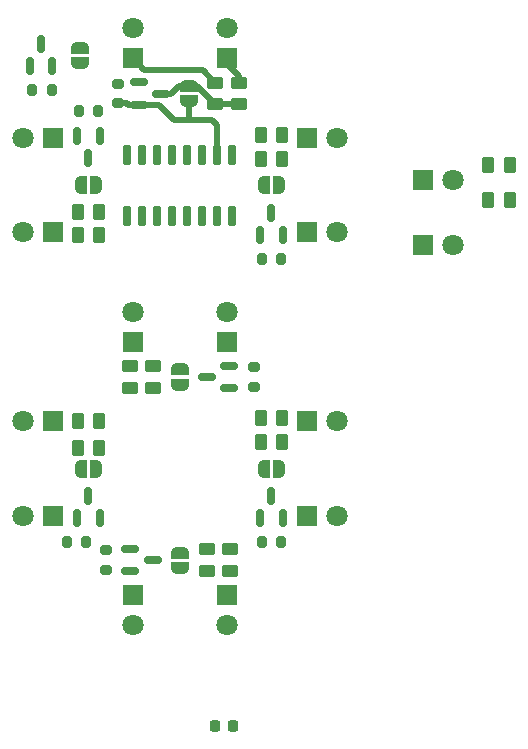
<source format=gbr>
%TF.GenerationSoftware,KiCad,Pcbnew,9.0.6-9.0.6~ubuntu24.04.1*%
%TF.CreationDate,2025-12-08T22:33:50+01:00*%
%TF.ProjectId,7_seg_led_tht_3mm,375f7365-675f-46c6-9564-5f7468745f33,rev?*%
%TF.SameCoordinates,Original*%
%TF.FileFunction,Copper,L2,Bot*%
%TF.FilePolarity,Positive*%
%FSLAX46Y46*%
G04 Gerber Fmt 4.6, Leading zero omitted, Abs format (unit mm)*
G04 Created by KiCad (PCBNEW 9.0.6-9.0.6~ubuntu24.04.1) date 2025-12-08 22:33:50*
%MOMM*%
%LPD*%
G01*
G04 APERTURE LIST*
G04 Aperture macros list*
%AMRoundRect*
0 Rectangle with rounded corners*
0 $1 Rounding radius*
0 $2 $3 $4 $5 $6 $7 $8 $9 X,Y pos of 4 corners*
0 Add a 4 corners polygon primitive as box body*
4,1,4,$2,$3,$4,$5,$6,$7,$8,$9,$2,$3,0*
0 Add four circle primitives for the rounded corners*
1,1,$1+$1,$2,$3*
1,1,$1+$1,$4,$5*
1,1,$1+$1,$6,$7*
1,1,$1+$1,$8,$9*
0 Add four rect primitives between the rounded corners*
20,1,$1+$1,$2,$3,$4,$5,0*
20,1,$1+$1,$4,$5,$6,$7,0*
20,1,$1+$1,$6,$7,$8,$9,0*
20,1,$1+$1,$8,$9,$2,$3,0*%
%AMFreePoly0*
4,1,23,0.500000,-0.750000,0.000000,-0.750000,0.000000,-0.745722,-0.065263,-0.745722,-0.191342,-0.711940,-0.304381,-0.646677,-0.396677,-0.554381,-0.461940,-0.441342,-0.495722,-0.315263,-0.495722,-0.250000,-0.500000,-0.250000,-0.500000,0.250000,-0.495722,0.250000,-0.495722,0.315263,-0.461940,0.441342,-0.396677,0.554381,-0.304381,0.646677,-0.191342,0.711940,-0.065263,0.745722,0.000000,0.745722,
0.000000,0.750000,0.500000,0.750000,0.500000,-0.750000,0.500000,-0.750000,$1*%
%AMFreePoly1*
4,1,23,0.000000,0.745722,0.065263,0.745722,0.191342,0.711940,0.304381,0.646677,0.396677,0.554381,0.461940,0.441342,0.495722,0.315263,0.495722,0.250000,0.500000,0.250000,0.500000,-0.250000,0.495722,-0.250000,0.495722,-0.315263,0.461940,-0.441342,0.396677,-0.554381,0.304381,-0.646677,0.191342,-0.711940,0.065263,-0.745722,0.000000,-0.745722,0.000000,-0.750000,-0.500000,-0.750000,
-0.500000,0.750000,0.000000,0.750000,0.000000,0.745722,0.000000,0.745722,$1*%
G04 Aperture macros list end*
%TA.AperFunction,SMDPad,CuDef*%
%ADD10RoundRect,0.250000X0.262500X0.450000X-0.262500X0.450000X-0.262500X-0.450000X0.262500X-0.450000X0*%
%TD*%
%TA.AperFunction,ComponentPad*%
%ADD11R,1.800000X1.800000*%
%TD*%
%TA.AperFunction,ComponentPad*%
%ADD12C,1.800000*%
%TD*%
%TA.AperFunction,SMDPad,CuDef*%
%ADD13FreePoly0,90.000000*%
%TD*%
%TA.AperFunction,SMDPad,CuDef*%
%ADD14FreePoly1,90.000000*%
%TD*%
%TA.AperFunction,SMDPad,CuDef*%
%ADD15RoundRect,0.250000X-0.262500X-0.450000X0.262500X-0.450000X0.262500X0.450000X-0.262500X0.450000X0*%
%TD*%
%TA.AperFunction,SMDPad,CuDef*%
%ADD16FreePoly1,270.000000*%
%TD*%
%TA.AperFunction,SMDPad,CuDef*%
%ADD17FreePoly0,270.000000*%
%TD*%
%TA.AperFunction,SMDPad,CuDef*%
%ADD18RoundRect,0.250000X-0.450000X0.262500X-0.450000X-0.262500X0.450000X-0.262500X0.450000X0.262500X0*%
%TD*%
%TA.AperFunction,SMDPad,CuDef*%
%ADD19RoundRect,0.200000X0.200000X0.275000X-0.200000X0.275000X-0.200000X-0.275000X0.200000X-0.275000X0*%
%TD*%
%TA.AperFunction,SMDPad,CuDef*%
%ADD20RoundRect,0.150000X0.150000X-0.587500X0.150000X0.587500X-0.150000X0.587500X-0.150000X-0.587500X0*%
%TD*%
%TA.AperFunction,SMDPad,CuDef*%
%ADD21RoundRect,0.150000X-0.587500X-0.150000X0.587500X-0.150000X0.587500X0.150000X-0.587500X0.150000X0*%
%TD*%
%TA.AperFunction,SMDPad,CuDef*%
%ADD22RoundRect,0.150000X0.150000X-0.725000X0.150000X0.725000X-0.150000X0.725000X-0.150000X-0.725000X0*%
%TD*%
%TA.AperFunction,SMDPad,CuDef*%
%ADD23RoundRect,0.250000X0.450000X-0.262500X0.450000X0.262500X-0.450000X0.262500X-0.450000X-0.262500X0*%
%TD*%
%TA.AperFunction,SMDPad,CuDef*%
%ADD24FreePoly1,0.000000*%
%TD*%
%TA.AperFunction,SMDPad,CuDef*%
%ADD25FreePoly0,0.000000*%
%TD*%
%TA.AperFunction,SMDPad,CuDef*%
%ADD26RoundRect,0.200000X-0.200000X-0.275000X0.200000X-0.275000X0.200000X0.275000X-0.200000X0.275000X0*%
%TD*%
%TA.AperFunction,SMDPad,CuDef*%
%ADD27FreePoly1,180.000000*%
%TD*%
%TA.AperFunction,SMDPad,CuDef*%
%ADD28FreePoly0,180.000000*%
%TD*%
%TA.AperFunction,SMDPad,CuDef*%
%ADD29RoundRect,0.200000X0.275000X-0.200000X0.275000X0.200000X-0.275000X0.200000X-0.275000X-0.200000X0*%
%TD*%
%TA.AperFunction,SMDPad,CuDef*%
%ADD30RoundRect,0.225000X0.225000X0.250000X-0.225000X0.250000X-0.225000X-0.250000X0.225000X-0.250000X0*%
%TD*%
%TA.AperFunction,SMDPad,CuDef*%
%ADD31RoundRect,0.150000X0.587500X0.150000X-0.587500X0.150000X-0.587500X-0.150000X0.587500X-0.150000X0*%
%TD*%
%TA.AperFunction,SMDPad,CuDef*%
%ADD32RoundRect,0.150000X-0.150000X0.587500X-0.150000X-0.587500X0.150000X-0.587500X0.150000X0.587500X0*%
%TD*%
%TA.AperFunction,SMDPad,CuDef*%
%ADD33RoundRect,0.200000X-0.275000X0.200000X-0.275000X-0.200000X0.275000X-0.200000X0.275000X0.200000X0*%
%TD*%
%TA.AperFunction,Conductor*%
%ADD34C,0.500000*%
%TD*%
G04 APERTURE END LIST*
D10*
%TO.P,R24,2*%
%TO.N,Net-(D16-K)*%
X223087500Y-82250000D03*
%TO.P,R24,1*%
%TO.N,/7_SEG_1/H*%
X224912500Y-82250000D03*
%TD*%
%TO.P,R23,2*%
%TO.N,Net-(D15-K)*%
X223087500Y-79300000D03*
%TO.P,R23,1*%
%TO.N,/7_SEG_1/H*%
X224912500Y-79300000D03*
%TD*%
D11*
%TO.P,D16,1,K*%
%TO.N,Net-(D16-K)*%
X217580000Y-86030000D03*
D12*
%TO.P,D16,2,A*%
%TO.N,/7_SEG_1/COM*%
X220120000Y-86030000D03*
%TD*%
D11*
%TO.P,D15,1,K*%
%TO.N,Net-(D15-K)*%
X217580000Y-80560000D03*
D12*
%TO.P,D15,2,A*%
%TO.N,/7_SEG_1/COM*%
X220120000Y-80560000D03*
%TD*%
%TO.P,D11,2,A*%
%TO.N,/7_SEG_1/COM*%
X210270000Y-77000000D03*
D11*
%TO.P,D11,1,K*%
%TO.N,Net-(D11-K)*%
X207730000Y-77000000D03*
%TD*%
D13*
%TO.P,JP4,1,A*%
%TO.N,/7_SEG_1/QD*%
X197000000Y-113400000D03*
D14*
%TO.P,JP4,2,B*%
%TO.N,/7_SEG_1/D*%
X197000000Y-112100000D03*
%TD*%
D15*
%TO.P,R20,2*%
%TO.N,Net-(D12-K)*%
X205662500Y-100750000D03*
%TO.P,R20,1*%
%TO.N,/7_SEG_1/C*%
X203837500Y-100750000D03*
%TD*%
D10*
%TO.P,R12,2*%
%TO.N,Net-(D4-K)*%
X188337500Y-103250000D03*
%TO.P,R12,1*%
%TO.N,/7_SEG_1/E*%
X190162500Y-103250000D03*
%TD*%
D16*
%TO.P,JP7,2,B*%
%TO.N,/7_SEG_1/G*%
X197000000Y-97900000D03*
D17*
%TO.P,JP7,1,A*%
%TO.N,/7_SEG_1/QG*%
X197000000Y-96600000D03*
%TD*%
D18*
%TO.P,R18,1*%
%TO.N,/7_SEG_1/D*%
X201250000Y-111837500D03*
%TO.P,R18,2*%
%TO.N,Net-(D10-K)*%
X201250000Y-113662500D03*
%TD*%
D10*
%TO.P,R11,2*%
%TO.N,Net-(D3-K)*%
X188337500Y-85250000D03*
%TO.P,R11,1*%
%TO.N,/7_SEG_1/F*%
X190162500Y-85250000D03*
%TD*%
D19*
%TO.P,R5,2*%
%TO.N,GND*%
X187425000Y-111250000D03*
%TO.P,R5,1*%
%TO.N,/7_SEG_1/QE*%
X189075000Y-111250000D03*
%TD*%
D20*
%TO.P,Q8,3,D*%
%TO.N,/7_SEG_1/H*%
X185250000Y-69062500D03*
%TO.P,Q8,2,S*%
%TO.N,GND*%
X184300000Y-70937500D03*
%TO.P,Q8,1,G*%
%TO.N,/7_SEG_1/QH*%
X186200000Y-70937500D03*
%TD*%
D12*
%TO.P,D2,2,A*%
%TO.N,/7_SEG_1/COM*%
X183730000Y-101000000D03*
D11*
%TO.P,D2,1,K*%
%TO.N,Net-(D2-K)*%
X186270000Y-101000000D03*
%TD*%
D12*
%TO.P,D8,2,A*%
%TO.N,/7_SEG_1/COM*%
X201000000Y-91730000D03*
D11*
%TO.P,D8,1,K*%
%TO.N,Net-(D8-K)*%
X201000000Y-94270000D03*
%TD*%
D21*
%TO.P,Q4,1,G*%
%TO.N,/7_SEG_1/QD*%
X192812500Y-113700000D03*
%TO.P,Q4,2,S*%
%TO.N,GND*%
X192812500Y-111800000D03*
%TO.P,Q4,3,D*%
%TO.N,/7_SEG_1/D*%
X194687500Y-112750000D03*
%TD*%
D15*
%TO.P,R22,2*%
%TO.N,Net-(D14-K)*%
X205662500Y-102750000D03*
%TO.P,R22,1*%
%TO.N,/7_SEG_1/C*%
X203837500Y-102750000D03*
%TD*%
D12*
%TO.P,D4,2,A*%
%TO.N,/7_SEG_1/COM*%
X183730000Y-109000000D03*
D11*
%TO.P,D4,1,K*%
%TO.N,Net-(D4-K)*%
X186270000Y-109000000D03*
%TD*%
D12*
%TO.P,D14,2,A*%
%TO.N,/7_SEG_1/COM*%
X210270000Y-109000000D03*
D11*
%TO.P,D14,1,K*%
%TO.N,Net-(D14-K)*%
X207730000Y-109000000D03*
%TD*%
D22*
%TO.P,U1,16,VCC*%
%TO.N,+3V3*%
X201445000Y-78425000D03*
%TO.P,U1,15,QA*%
%TO.N,/7_SEG_1/QA*%
X200175000Y-78425000D03*
%TO.P,U1,14,SER*%
%TO.N,unconnected-(U1-SER-Pad14)*%
X198905000Y-78425000D03*
%TO.P,U1,13,~{OE}*%
%TO.N,unconnected-(U1-~{OE}-Pad13)*%
X197635000Y-78425000D03*
%TO.P,U1,12,RCLK*%
%TO.N,unconnected-(U1-RCLK-Pad12)*%
X196365000Y-78425000D03*
%TO.P,U1,11,SRCLK*%
%TO.N,unconnected-(U1-SRCLK-Pad11)*%
X195095000Y-78425000D03*
%TO.P,U1,10,~{SRCLR}*%
%TO.N,unconnected-(U1-~{SRCLR}-Pad10)*%
X193825000Y-78425000D03*
%TO.P,U1,9,QH'*%
%TO.N,/SR1_OUT*%
X192555000Y-78425000D03*
%TO.P,U1,8,GND*%
%TO.N,GND*%
X192555000Y-83575000D03*
%TO.P,U1,7,QH*%
%TO.N,unconnected-(U1-QH-Pad7)*%
X193825000Y-83575000D03*
%TO.P,U1,6,QG*%
%TO.N,/7_SEG_1/QG*%
X195095000Y-83575000D03*
%TO.P,U1,5,QF*%
%TO.N,/7_SEG_1/QF*%
X196365000Y-83575000D03*
%TO.P,U1,4,QE*%
%TO.N,/7_SEG_1/QE*%
X197635000Y-83575000D03*
%TO.P,U1,3,QD*%
%TO.N,/7_SEG_1/QD*%
X198905000Y-83575000D03*
%TO.P,U1,2,QC*%
%TO.N,/7_SEG_1/QC*%
X200175000Y-83575000D03*
%TO.P,U1,1,QB*%
%TO.N,/7_SEG_1/QB*%
X201445000Y-83575000D03*
%TD*%
D23*
%TO.P,R15,2*%
%TO.N,Net-(D7-K)*%
X192750000Y-96337500D03*
%TO.P,R15,1*%
%TO.N,/7_SEG_1/G*%
X192750000Y-98162500D03*
%TD*%
D18*
%TO.P,R17,1*%
%TO.N,/7_SEG_1/D*%
X199250000Y-111837500D03*
%TO.P,R17,2*%
%TO.N,Net-(D9-K)*%
X199250000Y-113662500D03*
%TD*%
D20*
%TO.P,Q5,3,D*%
%TO.N,/7_SEG_1/E*%
X189250000Y-107312500D03*
%TO.P,Q5,2,S*%
%TO.N,GND*%
X188300000Y-109187500D03*
%TO.P,Q5,1,G*%
%TO.N,/7_SEG_1/QE*%
X190200000Y-109187500D03*
%TD*%
D24*
%TO.P,JP6,2,B*%
%TO.N,/7_SEG_1/F*%
X189900000Y-81000000D03*
D25*
%TO.P,JP6,1,A*%
%TO.N,/7_SEG_1/QF*%
X188600000Y-81000000D03*
%TD*%
D26*
%TO.P,R6,2*%
%TO.N,GND*%
X190075000Y-74750000D03*
%TO.P,R6,1*%
%TO.N,/7_SEG_1/QF*%
X188425000Y-74750000D03*
%TD*%
D23*
%TO.P,R16,2*%
%TO.N,Net-(D8-K)*%
X194750000Y-96337500D03*
%TO.P,R16,1*%
%TO.N,/7_SEG_1/G*%
X194750000Y-98162500D03*
%TD*%
D19*
%TO.P,R2,2*%
%TO.N,GND*%
X203925000Y-87250000D03*
%TO.P,R2,1*%
%TO.N,/7_SEG_1/QB*%
X205575000Y-87250000D03*
%TD*%
D12*
%TO.P,D7,2,A*%
%TO.N,/7_SEG_1/COM*%
X193000000Y-91730000D03*
D11*
%TO.P,D7,1,K*%
%TO.N,Net-(D7-K)*%
X193000000Y-94270000D03*
%TD*%
D12*
%TO.P,D6,2,A*%
%TO.N,/7_SEG_1/COM*%
X201000000Y-67730000D03*
D11*
%TO.P,D6,1,K*%
%TO.N,Net-(D6-K)*%
X201000000Y-70270000D03*
%TD*%
D27*
%TO.P,JP3,2,B*%
%TO.N,/7_SEG_1/C*%
X204100000Y-105000000D03*
D28*
%TO.P,JP3,1,A*%
%TO.N,/7_SEG_1/QC*%
X205400000Y-105000000D03*
%TD*%
D29*
%TO.P,R4,1*%
%TO.N,/7_SEG_1/QD*%
X190750000Y-113575000D03*
%TO.P,R4,2*%
%TO.N,GND*%
X190750000Y-111925000D03*
%TD*%
D12*
%TO.P,D1,2,A*%
%TO.N,/7_SEG_1/COM*%
X183730000Y-77000000D03*
D11*
%TO.P,D1,1,K*%
%TO.N,Net-(D1-K)*%
X186270000Y-77000000D03*
%TD*%
D19*
%TO.P,R3,2*%
%TO.N,GND*%
X203925000Y-111250000D03*
%TO.P,R3,1*%
%TO.N,/7_SEG_1/QC*%
X205575000Y-111250000D03*
%TD*%
D20*
%TO.P,Q2,3,D*%
%TO.N,/7_SEG_1/B*%
X204750000Y-83312500D03*
%TO.P,Q2,2,S*%
%TO.N,GND*%
X203800000Y-85187500D03*
%TO.P,Q2,1,G*%
%TO.N,/7_SEG_1/QB*%
X205700000Y-85187500D03*
%TD*%
D12*
%TO.P,D13,2,A*%
%TO.N,/7_SEG_1/COM*%
X210270000Y-85000000D03*
D11*
%TO.P,D13,1,K*%
%TO.N,Net-(D13-K)*%
X207730000Y-85000000D03*
%TD*%
D12*
%TO.P,D5,2,A*%
%TO.N,/7_SEG_1/COM*%
X193000000Y-67730000D03*
D11*
%TO.P,D5,1,K*%
%TO.N,Net-(D5-K)*%
X193000000Y-70270000D03*
%TD*%
D12*
%TO.P,D10,2,A*%
%TO.N,/7_SEG_1/COM*%
X201000000Y-118270000D03*
D11*
%TO.P,D10,1,K*%
%TO.N,Net-(D10-K)*%
X201000000Y-115730000D03*
%TD*%
D10*
%TO.P,R10,1*%
%TO.N,/7_SEG_1/E*%
X190162500Y-101000000D03*
%TO.P,R10,2*%
%TO.N,Net-(D2-K)*%
X188337500Y-101000000D03*
%TD*%
D24*
%TO.P,JP5,2,B*%
%TO.N,/7_SEG_1/E*%
X189900000Y-105000000D03*
D25*
%TO.P,JP5,1,A*%
%TO.N,/7_SEG_1/QE*%
X188600000Y-105000000D03*
%TD*%
D14*
%TO.P,JP8,2,B*%
%TO.N,/7_SEG_1/H*%
X188500000Y-69350000D03*
D13*
%TO.P,JP8,1,A*%
%TO.N,/7_SEG_1/QH*%
X188500000Y-70650000D03*
%TD*%
D30*
%TO.P,C1,2*%
%TO.N,+3V3*%
X199975000Y-126750000D03*
%TO.P,C1,1*%
%TO.N,GND*%
X201525000Y-126750000D03*
%TD*%
D12*
%TO.P,D3,2,A*%
%TO.N,/7_SEG_1/COM*%
X183730000Y-85000000D03*
D11*
%TO.P,D3,1,K*%
%TO.N,Net-(D3-K)*%
X186270000Y-85000000D03*
%TD*%
D12*
%TO.P,D12,2,A*%
%TO.N,/7_SEG_1/COM*%
X210270000Y-101000000D03*
D11*
%TO.P,D12,1,K*%
%TO.N,Net-(D12-K)*%
X207730000Y-101000000D03*
%TD*%
D20*
%TO.P,Q3,3,D*%
%TO.N,/7_SEG_1/C*%
X204750000Y-107312500D03*
%TO.P,Q3,2,S*%
%TO.N,GND*%
X203800000Y-109187500D03*
%TO.P,Q3,1,G*%
%TO.N,/7_SEG_1/QC*%
X205700000Y-109187500D03*
%TD*%
D31*
%TO.P,Q7,3,D*%
%TO.N,/7_SEG_1/G*%
X199312500Y-97250000D03*
%TO.P,Q7,2,S*%
%TO.N,GND*%
X201187500Y-98200000D03*
%TO.P,Q7,1,G*%
%TO.N,/7_SEG_1/QG*%
X201187500Y-96300000D03*
%TD*%
D27*
%TO.P,JP2,2,B*%
%TO.N,/7_SEG_1/B*%
X204100000Y-81000000D03*
D28*
%TO.P,JP2,1,A*%
%TO.N,/7_SEG_1/QB*%
X205400000Y-81000000D03*
%TD*%
D32*
%TO.P,Q6,3,D*%
%TO.N,/7_SEG_1/F*%
X189250000Y-78687500D03*
%TO.P,Q6,2,S*%
%TO.N,GND*%
X190200000Y-76812500D03*
%TO.P,Q6,1,G*%
%TO.N,/7_SEG_1/QF*%
X188300000Y-76812500D03*
%TD*%
D12*
%TO.P,D9,2,A*%
%TO.N,/7_SEG_1/COM*%
X193000000Y-118270000D03*
D11*
%TO.P,D9,1,K*%
%TO.N,Net-(D9-K)*%
X193000000Y-115730000D03*
%TD*%
D10*
%TO.P,R9,2*%
%TO.N,Net-(D1-K)*%
X188337500Y-83250000D03*
%TO.P,R9,1*%
%TO.N,/7_SEG_1/F*%
X190162500Y-83250000D03*
%TD*%
D15*
%TO.P,R19,1*%
%TO.N,/7_SEG_1/B*%
X203837500Y-76750000D03*
%TO.P,R19,2*%
%TO.N,Net-(D11-K)*%
X205662500Y-76750000D03*
%TD*%
D33*
%TO.P,R7,2*%
%TO.N,GND*%
X203250000Y-98075000D03*
%TO.P,R7,1*%
%TO.N,/7_SEG_1/QG*%
X203250000Y-96425000D03*
%TD*%
D15*
%TO.P,R21,1*%
%TO.N,/7_SEG_1/B*%
X203837500Y-78750000D03*
%TO.P,R21,2*%
%TO.N,Net-(D13-K)*%
X205662500Y-78750000D03*
%TD*%
D19*
%TO.P,R8,2*%
%TO.N,GND*%
X184475000Y-72937500D03*
%TO.P,R8,1*%
%TO.N,/7_SEG_1/QH*%
X186125000Y-72937500D03*
%TD*%
D29*
%TO.P,R1,2*%
%TO.N,GND*%
X191750000Y-72425000D03*
%TO.P,R1,1*%
%TO.N,/7_SEG_1/QA*%
X191750000Y-74075000D03*
%TD*%
D14*
%TO.P,JP1,2,B*%
%TO.N,/7_SEG_1/A*%
X197750000Y-72600000D03*
D13*
%TO.P,JP1,1,A*%
%TO.N,/7_SEG_1/QA*%
X197750000Y-73900000D03*
%TD*%
D21*
%TO.P,Q1,1,G*%
%TO.N,/7_SEG_1/QA*%
X193562500Y-74200000D03*
%TO.P,Q1,2,S*%
%TO.N,GND*%
X193562500Y-72300000D03*
%TO.P,Q1,3,D*%
%TO.N,/7_SEG_1/A*%
X195437500Y-73250000D03*
%TD*%
D23*
%TO.P,R13,2*%
%TO.N,Net-(D5-K)*%
X200000000Y-72337500D03*
%TO.P,R13,1*%
%TO.N,/7_SEG_1/A*%
X200000000Y-74162500D03*
%TD*%
%TO.P,R14,2*%
%TO.N,Net-(D6-K)*%
X202000000Y-72337500D03*
%TO.P,R14,1*%
%TO.N,/7_SEG_1/A*%
X202000000Y-74162500D03*
%TD*%
D34*
%TO.N,Net-(D5-K)*%
X200000000Y-72337500D02*
X198912500Y-71250000D01*
X198912500Y-71250000D02*
X193980000Y-71250000D01*
X193980000Y-71250000D02*
X193000000Y-70270000D01*
%TO.N,/7_SEG_1/QA*%
X191750000Y-74075000D02*
X192475000Y-74075000D01*
X192475000Y-74075000D02*
X192600000Y-74200000D01*
X192600000Y-74200000D02*
X193562500Y-74200000D01*
X199750000Y-75500000D02*
X197750000Y-75500000D01*
X197750000Y-73900000D02*
X197750000Y-75500000D01*
X200175000Y-78425000D02*
X200175000Y-75925000D01*
X196500000Y-75500000D02*
X195200000Y-74200000D01*
X200175000Y-75925000D02*
X199750000Y-75500000D01*
X195200000Y-74200000D02*
X193562500Y-74200000D01*
X197750000Y-75500000D02*
X196500000Y-75500000D01*
%TO.N,/7_SEG_1/A*%
X197750000Y-72600000D02*
X196900000Y-72600000D01*
X196900000Y-72600000D02*
X196250000Y-73250000D01*
X196250000Y-73250000D02*
X195437500Y-73250000D01*
%TO.N,Net-(D6-K)*%
X201000000Y-70270000D02*
X201000000Y-70750000D01*
X201000000Y-70750000D02*
X202000000Y-71750000D01*
X202000000Y-71750000D02*
X202000000Y-72337500D01*
%TO.N,/7_SEG_1/A*%
X197750000Y-72600000D02*
X198437500Y-72600000D01*
X198437500Y-72600000D02*
X200000000Y-74162500D01*
X202000000Y-74162500D02*
X200000000Y-74162500D01*
%TD*%
M02*

</source>
